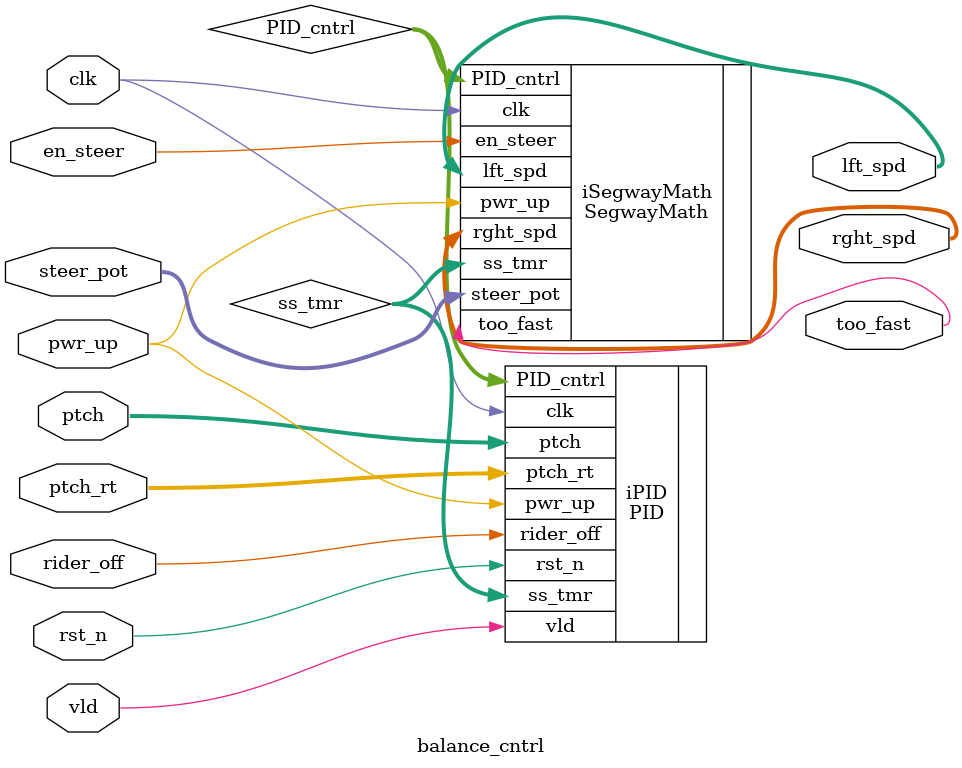
<source format=sv>
module balance_cntrl #(
    parameter logic fast_sim = 1'b1    // Default to fast simulation mode
) (
    // Inputs from sensors/controls
    input logic signed [15:0] ptch,
    input logic signed [15:0] ptch_rt,
    input logic [11:0] steer_pot,
    input logic clk,
    input logic rst_n,
    input logic vld,
    input logic pwr_up,
    input logic rider_off,
    input logic en_steer,
    // Outputs to motors/system
    output logic signed [11:0] lft_spd,
    output logic signed [11:0] rght_spd,
    output logic too_fast
);

    // Internal signals to connect PID to SegwayMath
    logic signed [11:0] PID_cntrl;
    logic [7:0] ss_tmr;

    // Instantiate PID controller with fast_sim parameter
    PID #(.fast_sim(fast_sim)) iPID(
        .ptch(ptch),
        .ptch_rt(ptch_rt),
        .PID_cntrl(PID_cntrl),
        .clk(clk),
        .rst_n(rst_n),
        .vld(vld),
        .ss_tmr(ss_tmr),
        .pwr_up(pwr_up),
        .rider_off(rider_off)
    );

    // Instantiate SegwayMath
    SegwayMath iSegwayMath(
        .PID_cntrl(PID_cntrl),
        .ss_tmr(ss_tmr),
        .steer_pot(steer_pot),
        .en_steer(en_steer),
        .pwr_up(pwr_up),
        .lft_spd(lft_spd),
        .rght_spd(rght_spd),
        .too_fast(too_fast),
        .clk(clk)
    );

endmodule
</source>
